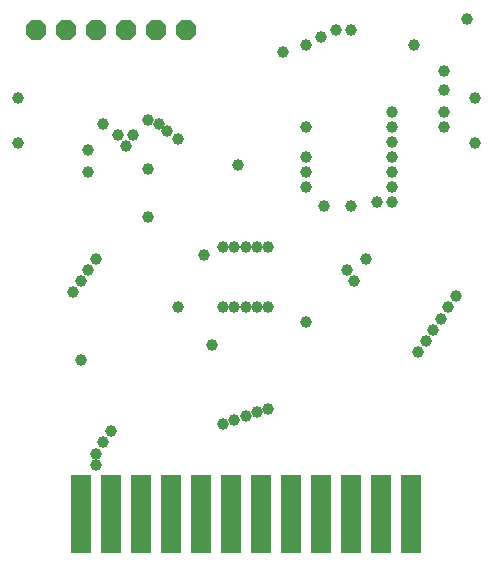
<source format=gbs>
G75*
%MOIN*%
%OFA0B0*%
%FSLAX24Y24*%
%IPPOS*%
%LPD*%
%AMOC8*
5,1,8,0,0,1.08239X$1,22.5*
%
%ADD10R,0.0680X0.2630*%
%ADD11C,0.0395*%
%ADD12OC8,0.0680*%
%ADD13C,0.0390*%
D10*
X002725Y003800D03*
X003725Y003800D03*
X004725Y003800D03*
X005725Y003800D03*
X006725Y003800D03*
X007725Y003800D03*
X008725Y003800D03*
X009725Y003800D03*
X010725Y003800D03*
X011725Y003800D03*
X012725Y003800D03*
X013725Y003800D03*
D11*
X015850Y016175D03*
X015850Y017675D03*
X000600Y017675D03*
X000600Y016175D03*
D12*
X001225Y019925D03*
X002225Y019925D03*
X003225Y019925D03*
X004225Y019925D03*
X005225Y019925D03*
X006225Y019925D03*
D13*
X005325Y016810D03*
X005575Y016560D03*
X005950Y016310D03*
X004950Y016935D03*
X004450Y016435D03*
X004200Y016060D03*
X003950Y016435D03*
X003450Y016810D03*
X002950Y015935D03*
X002950Y015185D03*
X004950Y015310D03*
X004950Y013685D03*
X003200Y012310D03*
X002950Y011935D03*
X002700Y011560D03*
X002450Y011185D03*
X002700Y008935D03*
X003700Y006560D03*
X003450Y006185D03*
X003200Y005810D03*
X003200Y005435D03*
X007075Y009435D03*
X007450Y010685D03*
X007825Y010685D03*
X008200Y010685D03*
X008575Y010685D03*
X008950Y010685D03*
X010200Y010185D03*
X011575Y011935D03*
X011825Y011560D03*
X012200Y012310D03*
X011700Y014060D03*
X012575Y014185D03*
X013075Y014185D03*
X013075Y014685D03*
X013075Y015185D03*
X013075Y015685D03*
X013075Y016185D03*
X013075Y016685D03*
X013075Y017185D03*
X013825Y019435D03*
X014825Y018560D03*
X014825Y017935D03*
X014825Y017185D03*
X014825Y016685D03*
X015575Y020310D03*
X011700Y019935D03*
X011200Y019935D03*
X010700Y019685D03*
X010200Y019435D03*
X009450Y019185D03*
X010200Y016685D03*
X010200Y015685D03*
X010200Y015185D03*
X010200Y014685D03*
X010825Y014060D03*
X008950Y012685D03*
X008575Y012685D03*
X008200Y012685D03*
X007825Y012685D03*
X007450Y012685D03*
X006825Y012435D03*
X005950Y010685D03*
X008575Y007185D03*
X008950Y007310D03*
X008200Y007060D03*
X007825Y006935D03*
X007450Y006810D03*
X013950Y009185D03*
X014200Y009560D03*
X014450Y009935D03*
X014700Y010310D03*
X014950Y010685D03*
X015200Y011060D03*
X007950Y015435D03*
M02*

</source>
